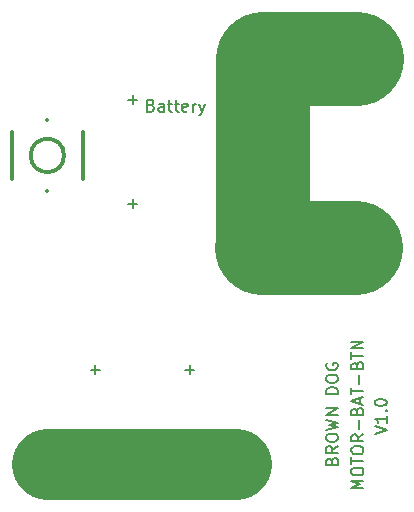
<source format=gto>
%TF.GenerationSoftware,KiCad,Pcbnew,4.0.4+e1-6308~48~ubuntu14.04.1-stable*%
%TF.CreationDate,2016-11-21T10:30:33-08:00*%
%TF.ProjectId,VibeMotor-Button-Battery,566962654D6F746F722D427574746F6E,rev?*%
%TF.FileFunction,Legend,Top*%
%FSLAX46Y46*%
G04 Gerber Fmt 4.6, Leading zero omitted, Abs format (unit mm)*
G04 Created by KiCad (PCBNEW 4.0.4+e1-6308~48~ubuntu14.04.1-stable) date Mon Nov 21 10:30:33 2016*
%MOMM*%
%LPD*%
G01*
G04 APERTURE LIST*
%ADD10C,0.350000*%
%ADD11C,6.000000*%
%ADD12C,0.150000*%
%ADD13C,8.000000*%
G04 APERTURE END LIST*
D10*
D11*
X167132000Y-118490000D02*
X151132000Y-118490000D01*
D12*
X154144200Y-94336600D02*
X154144200Y-90336600D01*
X148144200Y-94336600D02*
X148144200Y-90336600D01*
D10*
X151144200Y-95336600D02*
X151144200Y-95336600D01*
X154144200Y-90336600D02*
X154144200Y-94336600D01*
X148144200Y-90336600D02*
X148144200Y-94336600D01*
X151144200Y-89336600D02*
X151144200Y-89336600D01*
X152558414Y-92336600D02*
G75*
G03X152558414Y-92336600I-1414214J0D01*
G01*
D13*
X169380900Y-84163900D02*
X169380900Y-100163900D01*
X177380900Y-84163900D02*
X169380900Y-84163900D01*
X177280900Y-100163900D02*
X169280900Y-100163900D01*
D12*
X155203429Y-110870952D02*
X155203429Y-110109047D01*
X155584381Y-110489999D02*
X154822476Y-110489999D01*
X162751048Y-118561429D02*
X163512953Y-118561429D01*
X154751048Y-118561429D02*
X155512953Y-118561429D01*
X163203429Y-110870952D02*
X163203429Y-110109047D01*
X163584381Y-110489999D02*
X162822476Y-110489999D01*
X175213971Y-118188880D02*
X175261590Y-118046023D01*
X175309210Y-117998404D01*
X175404448Y-117950785D01*
X175547305Y-117950785D01*
X175642543Y-117998404D01*
X175690162Y-118046023D01*
X175737781Y-118141261D01*
X175737781Y-118522214D01*
X174737781Y-118522214D01*
X174737781Y-118188880D01*
X174785400Y-118093642D01*
X174833019Y-118046023D01*
X174928257Y-117998404D01*
X175023495Y-117998404D01*
X175118733Y-118046023D01*
X175166352Y-118093642D01*
X175213971Y-118188880D01*
X175213971Y-118522214D01*
X175737781Y-116950785D02*
X175261590Y-117284119D01*
X175737781Y-117522214D02*
X174737781Y-117522214D01*
X174737781Y-117141261D01*
X174785400Y-117046023D01*
X174833019Y-116998404D01*
X174928257Y-116950785D01*
X175071114Y-116950785D01*
X175166352Y-116998404D01*
X175213971Y-117046023D01*
X175261590Y-117141261D01*
X175261590Y-117522214D01*
X174737781Y-116331738D02*
X174737781Y-116141261D01*
X174785400Y-116046023D01*
X174880638Y-115950785D01*
X175071114Y-115903166D01*
X175404448Y-115903166D01*
X175594924Y-115950785D01*
X175690162Y-116046023D01*
X175737781Y-116141261D01*
X175737781Y-116331738D01*
X175690162Y-116426976D01*
X175594924Y-116522214D01*
X175404448Y-116569833D01*
X175071114Y-116569833D01*
X174880638Y-116522214D01*
X174785400Y-116426976D01*
X174737781Y-116331738D01*
X174737781Y-115569833D02*
X175737781Y-115331738D01*
X175023495Y-115141261D01*
X175737781Y-114950785D01*
X174737781Y-114712690D01*
X175737781Y-114331738D02*
X174737781Y-114331738D01*
X175737781Y-113760309D01*
X174737781Y-113760309D01*
X175737781Y-112522214D02*
X174737781Y-112522214D01*
X174737781Y-112284119D01*
X174785400Y-112141261D01*
X174880638Y-112046023D01*
X174975876Y-111998404D01*
X175166352Y-111950785D01*
X175309210Y-111950785D01*
X175499686Y-111998404D01*
X175594924Y-112046023D01*
X175690162Y-112141261D01*
X175737781Y-112284119D01*
X175737781Y-112522214D01*
X174737781Y-111331738D02*
X174737781Y-111141261D01*
X174785400Y-111046023D01*
X174880638Y-110950785D01*
X175071114Y-110903166D01*
X175404448Y-110903166D01*
X175594924Y-110950785D01*
X175690162Y-111046023D01*
X175737781Y-111141261D01*
X175737781Y-111331738D01*
X175690162Y-111426976D01*
X175594924Y-111522214D01*
X175404448Y-111569833D01*
X175071114Y-111569833D01*
X174880638Y-111522214D01*
X174785400Y-111426976D01*
X174737781Y-111331738D01*
X174785400Y-109950785D02*
X174737781Y-110046023D01*
X174737781Y-110188880D01*
X174785400Y-110331738D01*
X174880638Y-110426976D01*
X174975876Y-110474595D01*
X175166352Y-110522214D01*
X175309210Y-110522214D01*
X175499686Y-110474595D01*
X175594924Y-110426976D01*
X175690162Y-110331738D01*
X175737781Y-110188880D01*
X175737781Y-110093642D01*
X175690162Y-109950785D01*
X175642543Y-109903166D01*
X175309210Y-109903166D01*
X175309210Y-110093642D01*
X178877981Y-115912709D02*
X179877981Y-115579376D01*
X178877981Y-115246042D01*
X179877981Y-114388899D02*
X179877981Y-114960328D01*
X179877981Y-114674614D02*
X178877981Y-114674614D01*
X179020838Y-114769852D01*
X179116076Y-114865090D01*
X179163695Y-114960328D01*
X179782743Y-113960328D02*
X179830362Y-113912709D01*
X179877981Y-113960328D01*
X179830362Y-114007947D01*
X179782743Y-113960328D01*
X179877981Y-113960328D01*
X178877981Y-113293662D02*
X178877981Y-113198423D01*
X178925600Y-113103185D01*
X178973219Y-113055566D01*
X179068457Y-113007947D01*
X179258933Y-112960328D01*
X179497029Y-112960328D01*
X179687505Y-113007947D01*
X179782743Y-113055566D01*
X179830362Y-113103185D01*
X179877981Y-113198423D01*
X179877981Y-113293662D01*
X179830362Y-113388900D01*
X179782743Y-113436519D01*
X179687505Y-113484138D01*
X179497029Y-113531757D01*
X179258933Y-113531757D01*
X179068457Y-113484138D01*
X178973219Y-113436519D01*
X178925600Y-113388900D01*
X178877981Y-113293662D01*
X177884081Y-120526986D02*
X176884081Y-120526986D01*
X177598367Y-120193652D01*
X176884081Y-119860319D01*
X177884081Y-119860319D01*
X176884081Y-119193653D02*
X176884081Y-119003176D01*
X176931700Y-118907938D01*
X177026938Y-118812700D01*
X177217414Y-118765081D01*
X177550748Y-118765081D01*
X177741224Y-118812700D01*
X177836462Y-118907938D01*
X177884081Y-119003176D01*
X177884081Y-119193653D01*
X177836462Y-119288891D01*
X177741224Y-119384129D01*
X177550748Y-119431748D01*
X177217414Y-119431748D01*
X177026938Y-119384129D01*
X176931700Y-119288891D01*
X176884081Y-119193653D01*
X176884081Y-118479367D02*
X176884081Y-117907938D01*
X177884081Y-118193653D02*
X176884081Y-118193653D01*
X176884081Y-117384129D02*
X176884081Y-117193652D01*
X176931700Y-117098414D01*
X177026938Y-117003176D01*
X177217414Y-116955557D01*
X177550748Y-116955557D01*
X177741224Y-117003176D01*
X177836462Y-117098414D01*
X177884081Y-117193652D01*
X177884081Y-117384129D01*
X177836462Y-117479367D01*
X177741224Y-117574605D01*
X177550748Y-117622224D01*
X177217414Y-117622224D01*
X177026938Y-117574605D01*
X176931700Y-117479367D01*
X176884081Y-117384129D01*
X177884081Y-115955557D02*
X177407890Y-116288891D01*
X177884081Y-116526986D02*
X176884081Y-116526986D01*
X176884081Y-116146033D01*
X176931700Y-116050795D01*
X176979319Y-116003176D01*
X177074557Y-115955557D01*
X177217414Y-115955557D01*
X177312652Y-116003176D01*
X177360271Y-116050795D01*
X177407890Y-116146033D01*
X177407890Y-116526986D01*
X177503129Y-115526986D02*
X177503129Y-114765081D01*
X177360271Y-113955557D02*
X177407890Y-113812700D01*
X177455510Y-113765081D01*
X177550748Y-113717462D01*
X177693605Y-113717462D01*
X177788843Y-113765081D01*
X177836462Y-113812700D01*
X177884081Y-113907938D01*
X177884081Y-114288891D01*
X176884081Y-114288891D01*
X176884081Y-113955557D01*
X176931700Y-113860319D01*
X176979319Y-113812700D01*
X177074557Y-113765081D01*
X177169795Y-113765081D01*
X177265033Y-113812700D01*
X177312652Y-113860319D01*
X177360271Y-113955557D01*
X177360271Y-114288891D01*
X177598367Y-113336510D02*
X177598367Y-112860319D01*
X177884081Y-113431748D02*
X176884081Y-113098415D01*
X177884081Y-112765081D01*
X176884081Y-112574605D02*
X176884081Y-112003176D01*
X177884081Y-112288891D02*
X176884081Y-112288891D01*
X177503129Y-111669843D02*
X177503129Y-110907938D01*
X177360271Y-110098414D02*
X177407890Y-109955557D01*
X177455510Y-109907938D01*
X177550748Y-109860319D01*
X177693605Y-109860319D01*
X177788843Y-109907938D01*
X177836462Y-109955557D01*
X177884081Y-110050795D01*
X177884081Y-110431748D01*
X176884081Y-110431748D01*
X176884081Y-110098414D01*
X176931700Y-110003176D01*
X176979319Y-109955557D01*
X177074557Y-109907938D01*
X177169795Y-109907938D01*
X177265033Y-109955557D01*
X177312652Y-110003176D01*
X177360271Y-110098414D01*
X177360271Y-110431748D01*
X176884081Y-109574605D02*
X176884081Y-109003176D01*
X177884081Y-109288891D02*
X176884081Y-109288891D01*
X177884081Y-108669843D02*
X176884081Y-108669843D01*
X177884081Y-108098414D01*
X176884081Y-108098414D01*
X159909471Y-88092471D02*
X160052328Y-88140090D01*
X160099947Y-88187710D01*
X160147566Y-88282948D01*
X160147566Y-88425805D01*
X160099947Y-88521043D01*
X160052328Y-88568662D01*
X159957090Y-88616281D01*
X159576137Y-88616281D01*
X159576137Y-87616281D01*
X159909471Y-87616281D01*
X160004709Y-87663900D01*
X160052328Y-87711519D01*
X160099947Y-87806757D01*
X160099947Y-87901995D01*
X160052328Y-87997233D01*
X160004709Y-88044852D01*
X159909471Y-88092471D01*
X159576137Y-88092471D01*
X161004709Y-88616281D02*
X161004709Y-88092471D01*
X160957090Y-87997233D01*
X160861852Y-87949614D01*
X160671375Y-87949614D01*
X160576137Y-87997233D01*
X161004709Y-88568662D02*
X160909471Y-88616281D01*
X160671375Y-88616281D01*
X160576137Y-88568662D01*
X160528518Y-88473424D01*
X160528518Y-88378186D01*
X160576137Y-88282948D01*
X160671375Y-88235329D01*
X160909471Y-88235329D01*
X161004709Y-88187710D01*
X161338042Y-87949614D02*
X161718994Y-87949614D01*
X161480899Y-87616281D02*
X161480899Y-88473424D01*
X161528518Y-88568662D01*
X161623756Y-88616281D01*
X161718994Y-88616281D01*
X161909471Y-87949614D02*
X162290423Y-87949614D01*
X162052328Y-87616281D02*
X162052328Y-88473424D01*
X162099947Y-88568662D01*
X162195185Y-88616281D01*
X162290423Y-88616281D01*
X163004710Y-88568662D02*
X162909472Y-88616281D01*
X162718995Y-88616281D01*
X162623757Y-88568662D01*
X162576138Y-88473424D01*
X162576138Y-88092471D01*
X162623757Y-87997233D01*
X162718995Y-87949614D01*
X162909472Y-87949614D01*
X163004710Y-87997233D01*
X163052329Y-88092471D01*
X163052329Y-88187710D01*
X162576138Y-88282948D01*
X163480900Y-88616281D02*
X163480900Y-87949614D01*
X163480900Y-88140090D02*
X163528519Y-88044852D01*
X163576138Y-87997233D01*
X163671376Y-87949614D01*
X163766615Y-87949614D01*
X164004710Y-87949614D02*
X164242805Y-88616281D01*
X164480901Y-87949614D02*
X164242805Y-88616281D01*
X164147567Y-88854376D01*
X164099948Y-88901995D01*
X164004710Y-88949614D01*
X157999948Y-96435329D02*
X158761853Y-96435329D01*
X158380901Y-96816281D02*
X158380901Y-96054376D01*
X157999948Y-87635329D02*
X158761853Y-87635329D01*
X158380901Y-88016281D02*
X158380901Y-87254376D01*
M02*

</source>
